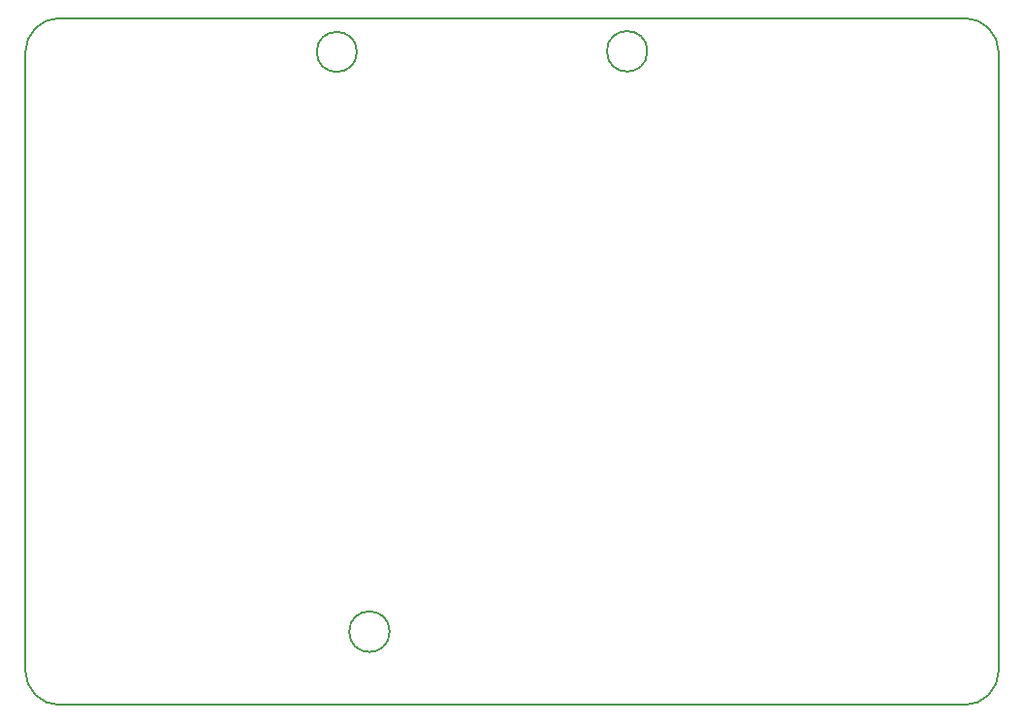
<source format=gbr>
G04 #@! TF.FileFunction,Profile,NP*
%FSLAX46Y46*%
G04 Gerber Fmt 4.6, Leading zero omitted, Abs format (unit mm)*
G04 Created by KiCad (PCBNEW 4.0.7) date 10/26/17 01:15:18*
%MOMM*%
%LPD*%
G01*
G04 APERTURE LIST*
%ADD10C,0.100000*%
%ADD11C,0.150000*%
G04 APERTURE END LIST*
D10*
D11*
X85000000Y-57000000D02*
X85000000Y-3000000D01*
X82000000Y-60000000D02*
X3000000Y-60000000D01*
X82000000Y-60000000D02*
G75*
G03X85000000Y-57000000I0J3000000D01*
G01*
X54317767Y-2900000D02*
G75*
G03X54317767Y-2900000I-1767767J0D01*
G01*
X31817767Y-53600000D02*
G75*
G03X31817767Y-53600000I-1767767J0D01*
G01*
X28950000Y-2950000D02*
G75*
G03X28950000Y-2950000I-1750000J0D01*
G01*
X3000000Y0D02*
X82000000Y0D01*
X0Y-3000000D02*
X0Y-57000000D01*
X3000000Y0D02*
G75*
G03X0Y-3000000I0J-3000000D01*
G01*
X85000000Y-3000000D02*
G75*
G03X82000000Y0I-3000000J0D01*
G01*
X0Y-57000000D02*
G75*
G03X3000000Y-60000000I3000000J0D01*
G01*
M02*

</source>
